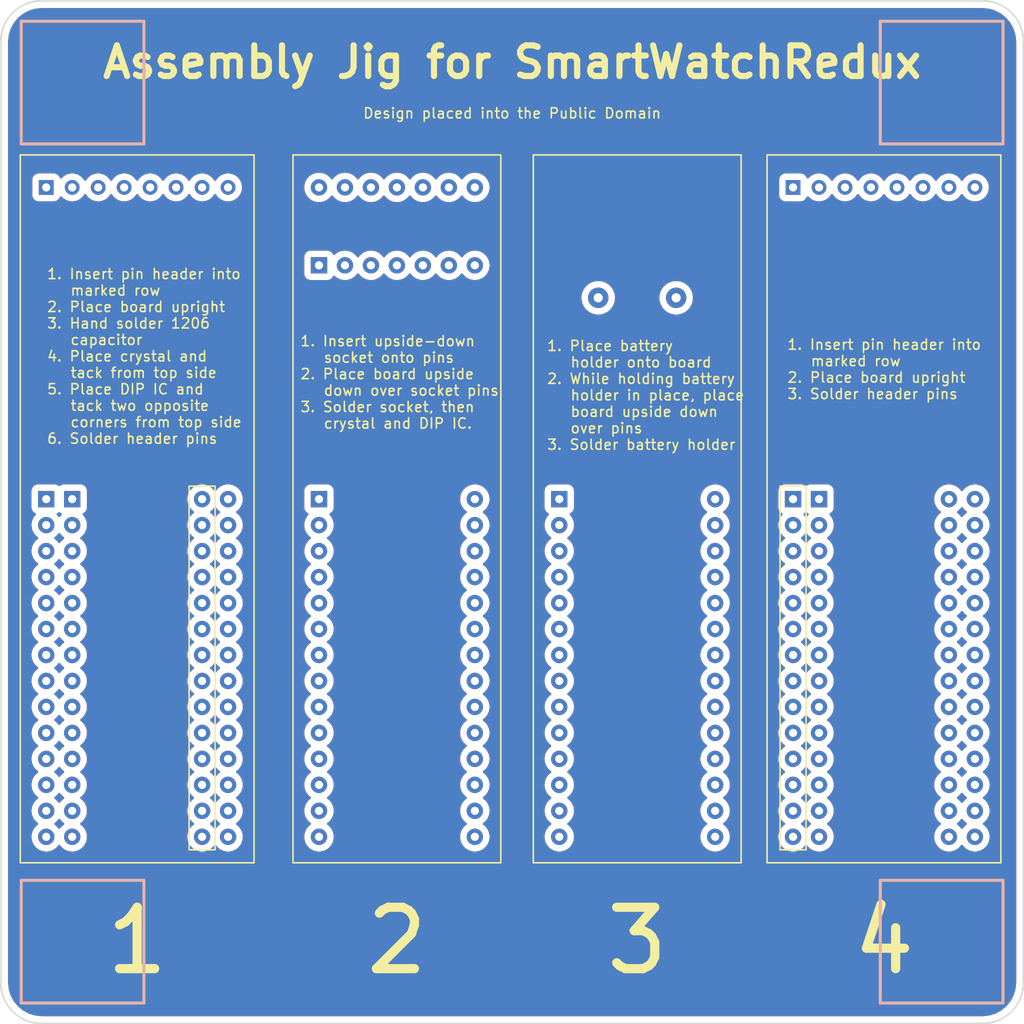
<source format=kicad_pcb>
(kicad_pcb (version 20171130) (host pcbnew "(5.1.9)-1")
  (layers (0 F.Cu signal) (31 B.Cu signal) (34 B.Paste user) (35 F.Paste user) (36 B.SilkS user) (37 F.SilkS user) (38 B.Mask user) (39 F.Mask user) (44 Edge.Cuts user))
  (net 0 "")
  (module TestPoint:TestPoint_THTPad_2.0x2.0mm_Drill1.0mm (layer F.Cu) (at 168.91 74.295)
    (fp_text reference REF** hide)
    (fp_text value Support hide)
    (pad 1 thru_hole circle (at 0 0) (size 2 2) (drill 0.9) (layers *.Cu *.Mask))
  )
  (module TestPoint:TestPoint_THTPad_2.0x2.0mm_Drill1.0mm (layer F.Cu) (at 161.29 74.295)
    (fp_text reference REF** hide)
    (fp_text value Support hide)
    (pad 1 thru_hole circle (at 0 0) (size 2 2) (drill 0.9) (layers *.Cu *.Mask))
  )
  (module Package_DIP:DIP-14_W7.62mm (layer F.Cu) (at 133.985 71.12 90)
    (fp_text reference REF** hide)
    (fp_text value Support hide)
    (pad 14 thru_hole oval (at 7.62 0 90) (size 1.6 1.6) (drill 0.8) (layers *.Cu *.Mask))
    (pad 7 thru_hole oval (at 0 15.24 90) (size 1.6 1.6) (drill 0.8) (layers *.Cu *.Mask))
    (pad 13 thru_hole oval (at 7.62 2.54 90) (size 1.6 1.6) (drill 0.8) (layers *.Cu *.Mask))
    (pad 6 thru_hole oval (at 0 12.7 90) (size 1.6 1.6) (drill 0.8) (layers *.Cu *.Mask))
    (pad 12 thru_hole oval (at 7.62 5.08 90) (size 1.6 1.6) (drill 0.8) (layers *.Cu *.Mask))
    (pad 5 thru_hole oval (at 0 10.16 90) (size 1.6 1.6) (drill 0.8) (layers *.Cu *.Mask))
    (pad 11 thru_hole oval (at 7.62 7.62 90) (size 1.6 1.6) (drill 0.8) (layers *.Cu *.Mask))
    (pad 4 thru_hole oval (at 0 7.62 90) (size 1.6 1.6) (drill 0.8) (layers *.Cu *.Mask))
    (pad 10 thru_hole oval (at 7.62 10.16 90) (size 1.6 1.6) (drill 0.8) (layers *.Cu *.Mask))
    (pad 3 thru_hole oval (at 0 5.08 90) (size 1.6 1.6) (drill 0.8) (layers *.Cu *.Mask))
    (pad 9 thru_hole oval (at 7.62 12.7 90) (size 1.6 1.6) (drill 0.8) (layers *.Cu *.Mask))
    (pad 2 thru_hole oval (at 0 2.54 90) (size 1.6 1.6) (drill 0.8) (layers *.Cu *.Mask))
    (pad 8 thru_hole oval (at 7.62 15.24 90) (size 1.6 1.6) (drill 0.8) (layers *.Cu *.Mask))
    (pad 1 thru_hole rect (at 0 0 90) (size 1.6 1.6) (drill 0.8) (layers *.Cu *.Mask))
  )
  (module Package_SIP:SIP-8_19x3mm_P2.54mm (layer F.Cu) (at 180.34 63.5)
    (fp_text reference REF** hide)
    (fp_text value Support hide)
    (pad 1 thru_hole rect (at 0 0 90) (size 1.45 1.45) (drill 0.8) (layers *.Cu *.Mask))
    (pad 2 thru_hole circle (at 2.54 0 90) (size 1.45 1.45) (drill 0.8) (layers *.Cu *.Mask))
    (pad 3 thru_hole circle (at 5.08 0 90) (size 1.45 1.45) (drill 0.8) (layers *.Cu *.Mask))
    (pad 4 thru_hole circle (at 7.62 0 90) (size 1.45 1.45) (drill 0.8) (layers *.Cu *.Mask))
    (pad 5 thru_hole circle (at 10.16 0 90) (size 1.45 1.45) (drill 0.8) (layers *.Cu *.Mask))
    (pad 6 thru_hole circle (at 12.7 0 90) (size 1.45 1.45) (drill 0.8) (layers *.Cu *.Mask))
    (pad 7 thru_hole circle (at 15.24 0 90) (size 1.45 1.45) (drill 0.8) (layers *.Cu *.Mask))
    (pad 8 thru_hole circle (at 17.78 0 90) (size 1.45 1.45) (drill 0.8) (layers *.Cu *.Mask))
  )
  (module Package_SIP:SIP-8_19x3mm_P2.54mm (layer F.Cu) (at 107.315 63.5)
    (fp_text reference REF** hide)
    (fp_text value Support hide)
    (pad 8 thru_hole circle (at 17.78 0 90) (size 1.45 1.45) (drill 0.8) (layers *.Cu *.Mask))
    (pad 7 thru_hole circle (at 15.24 0 90) (size 1.45 1.45) (drill 0.8) (layers *.Cu *.Mask))
    (pad 6 thru_hole circle (at 12.7 0 90) (size 1.45 1.45) (drill 0.8) (layers *.Cu *.Mask))
    (pad 5 thru_hole circle (at 10.16 0 90) (size 1.45 1.45) (drill 0.8) (layers *.Cu *.Mask))
    (pad 4 thru_hole circle (at 7.62 0 90) (size 1.45 1.45) (drill 0.8) (layers *.Cu *.Mask))
    (pad 3 thru_hole circle (at 5.08 0 90) (size 1.45 1.45) (drill 0.8) (layers *.Cu *.Mask))
    (pad 2 thru_hole circle (at 2.54 0 90) (size 1.45 1.45) (drill 0.8) (layers *.Cu *.Mask))
    (pad 1 thru_hole rect (at 0 0 90) (size 1.45 1.45) (drill 0.8) (layers *.Cu *.Mask))
  )
  (module Package_DIP:DIP-28_W15.24mm (layer F.Cu) (at 157.48 93.98)
    (fp_text reference REF** hide)
    (fp_text value A hide)
    (pad 1 thru_hole rect (at 0 0) (size 1.6 1.6) (drill 0.8) (layers *.Cu *.Mask))
    (pad 15 thru_hole oval (at 15.24 33.02) (size 1.6 1.6) (drill 0.8) (layers *.Cu *.Mask))
    (pad 2 thru_hole oval (at 0 2.54) (size 1.6 1.6) (drill 0.8) (layers *.Cu *.Mask))
    (pad 16 thru_hole oval (at 15.24 30.48) (size 1.6 1.6) (drill 0.8) (layers *.Cu *.Mask))
    (pad 3 thru_hole oval (at 0 5.08) (size 1.6 1.6) (drill 0.8) (layers *.Cu *.Mask))
    (pad 17 thru_hole oval (at 15.24 27.94) (size 1.6 1.6) (drill 0.8) (layers *.Cu *.Mask))
    (pad 4 thru_hole oval (at 0 7.62) (size 1.6 1.6) (drill 0.8) (layers *.Cu *.Mask))
    (pad 18 thru_hole oval (at 15.24 25.4) (size 1.6 1.6) (drill 0.8) (layers *.Cu *.Mask))
    (pad 5 thru_hole oval (at 0 10.16) (size 1.6 1.6) (drill 0.8) (layers *.Cu *.Mask))
    (pad 19 thru_hole oval (at 15.24 22.86) (size 1.6 1.6) (drill 0.8) (layers *.Cu *.Mask))
    (pad 6 thru_hole oval (at 0 12.7) (size 1.6 1.6) (drill 0.8) (layers *.Cu *.Mask))
    (pad 20 thru_hole oval (at 15.24 20.32) (size 1.6 1.6) (drill 0.8) (layers *.Cu *.Mask))
    (pad 7 thru_hole oval (at 0 15.24) (size 1.6 1.6) (drill 0.8) (layers *.Cu *.Mask))
    (pad 21 thru_hole oval (at 15.24 17.78) (size 1.6 1.6) (drill 0.8) (layers *.Cu *.Mask))
    (pad 8 thru_hole oval (at 0 17.78) (size 1.6 1.6) (drill 0.8) (layers *.Cu *.Mask))
    (pad 22 thru_hole oval (at 15.24 15.24) (size 1.6 1.6) (drill 0.8) (layers *.Cu *.Mask))
    (pad 9 thru_hole oval (at 0 20.32) (size 1.6 1.6) (drill 0.8) (layers *.Cu *.Mask))
    (pad 23 thru_hole oval (at 15.24 12.7) (size 1.6 1.6) (drill 0.8) (layers *.Cu *.Mask))
    (pad 10 thru_hole oval (at 0 22.86) (size 1.6 1.6) (drill 0.8) (layers *.Cu *.Mask))
    (pad 24 thru_hole oval (at 15.24 10.16) (size 1.6 1.6) (drill 0.8) (layers *.Cu *.Mask))
    (pad 11 thru_hole oval (at 0 25.4) (size 1.6 1.6) (drill 0.8) (layers *.Cu *.Mask))
    (pad 25 thru_hole oval (at 15.24 7.62) (size 1.6 1.6) (drill 0.8) (layers *.Cu *.Mask))
    (pad 12 thru_hole oval (at 0 27.94) (size 1.6 1.6) (drill 0.8) (layers *.Cu *.Mask))
    (pad 26 thru_hole oval (at 15.24 5.08) (size 1.6 1.6) (drill 0.8) (layers *.Cu *.Mask))
    (pad 13 thru_hole oval (at 0 30.48) (size 1.6 1.6) (drill 0.8) (layers *.Cu *.Mask))
    (pad 27 thru_hole oval (at 15.24 2.54) (size 1.6 1.6) (drill 0.8) (layers *.Cu *.Mask))
    (pad 14 thru_hole oval (at 0 33.02) (size 1.6 1.6) (drill 0.8) (layers *.Cu *.Mask))
    (pad 28 thru_hole oval (at 15.24 0) (size 1.6 1.6) (drill 0.8) (layers *.Cu *.Mask))
  )
  (module Package_DIP:DIP-28_W15.24mm (layer F.Cu) (at 182.88 93.98)
    (fp_text reference REF** hide)
    (fp_text value A hide)
    (pad 28 thru_hole oval (at 15.24 0) (size 1.6 1.6) (drill 0.8) (layers *.Cu *.Mask))
    (pad 14 thru_hole oval (at 0 33.02) (size 1.6 1.6) (drill 0.8) (layers *.Cu *.Mask))
    (pad 27 thru_hole oval (at 15.24 2.54) (size 1.6 1.6) (drill 0.8) (layers *.Cu *.Mask))
    (pad 13 thru_hole oval (at 0 30.48) (size 1.6 1.6) (drill 0.8) (layers *.Cu *.Mask))
    (pad 26 thru_hole oval (at 15.24 5.08) (size 1.6 1.6) (drill 0.8) (layers *.Cu *.Mask))
    (pad 12 thru_hole oval (at 0 27.94) (size 1.6 1.6) (drill 0.8) (layers *.Cu *.Mask))
    (pad 25 thru_hole oval (at 15.24 7.62) (size 1.6 1.6) (drill 0.8) (layers *.Cu *.Mask))
    (pad 11 thru_hole oval (at 0 25.4) (size 1.6 1.6) (drill 0.8) (layers *.Cu *.Mask))
    (pad 24 thru_hole oval (at 15.24 10.16) (size 1.6 1.6) (drill 0.8) (layers *.Cu *.Mask))
    (pad 10 thru_hole oval (at 0 22.86) (size 1.6 1.6) (drill 0.8) (layers *.Cu *.Mask))
    (pad 23 thru_hole oval (at 15.24 12.7) (size 1.6 1.6) (drill 0.8) (layers *.Cu *.Mask))
    (pad 9 thru_hole oval (at 0 20.32) (size 1.6 1.6) (drill 0.8) (layers *.Cu *.Mask))
    (pad 22 thru_hole oval (at 15.24 15.24) (size 1.6 1.6) (drill 0.8) (layers *.Cu *.Mask))
    (pad 8 thru_hole oval (at 0 17.78) (size 1.6 1.6) (drill 0.8) (layers *.Cu *.Mask))
    (pad 21 thru_hole oval (at 15.24 17.78) (size 1.6 1.6) (drill 0.8) (layers *.Cu *.Mask))
    (pad 7 thru_hole oval (at 0 15.24) (size 1.6 1.6) (drill 0.8) (layers *.Cu *.Mask))
    (pad 20 thru_hole oval (at 15.24 20.32) (size 1.6 1.6) (drill 0.8) (layers *.Cu *.Mask))
    (pad 6 thru_hole oval (at 0 12.7) (size 1.6 1.6) (drill 0.8) (layers *.Cu *.Mask))
    (pad 19 thru_hole oval (at 15.24 22.86) (size 1.6 1.6) (drill 0.8) (layers *.Cu *.Mask))
    (pad 5 thru_hole oval (at 0 10.16) (size 1.6 1.6) (drill 0.8) (layers *.Cu *.Mask))
    (pad 18 thru_hole oval (at 15.24 25.4) (size 1.6 1.6) (drill 0.8) (layers *.Cu *.Mask))
    (pad 4 thru_hole oval (at 0 7.62) (size 1.6 1.6) (drill 0.8) (layers *.Cu *.Mask))
    (pad 17 thru_hole oval (at 15.24 27.94) (size 1.6 1.6) (drill 0.8) (layers *.Cu *.Mask))
    (pad 3 thru_hole oval (at 0 5.08) (size 1.6 1.6) (drill 0.8) (layers *.Cu *.Mask))
    (pad 16 thru_hole oval (at 15.24 30.48) (size 1.6 1.6) (drill 0.8) (layers *.Cu *.Mask))
    (pad 2 thru_hole oval (at 0 2.54) (size 1.6 1.6) (drill 0.8) (layers *.Cu *.Mask))
    (pad 15 thru_hole oval (at 15.24 33.02) (size 1.6 1.6) (drill 0.8) (layers *.Cu *.Mask))
    (pad 1 thru_hole rect (at 0 0) (size 1.6 1.6) (drill 0.8) (layers *.Cu *.Mask))
  )
  (module Package_DIP:DIP-28_W15.24mm (layer F.Cu) (at 180.34 93.98)
    (fp_text reference REF** hide)
    (fp_text value B hide)
    (pad 1 thru_hole rect (at 0 0) (size 1.6 1.6) (drill 0.8) (layers *.Cu *.Mask))
    (pad 15 thru_hole oval (at 15.24 33.02) (size 1.6 1.6) (drill 0.8) (layers *.Cu *.Mask))
    (pad 2 thru_hole oval (at 0 2.54) (size 1.6 1.6) (drill 0.8) (layers *.Cu *.Mask))
    (pad 16 thru_hole oval (at 15.24 30.48) (size 1.6 1.6) (drill 0.8) (layers *.Cu *.Mask))
    (pad 3 thru_hole oval (at 0 5.08) (size 1.6 1.6) (drill 0.8) (layers *.Cu *.Mask))
    (pad 17 thru_hole oval (at 15.24 27.94) (size 1.6 1.6) (drill 0.8) (layers *.Cu *.Mask))
    (pad 4 thru_hole oval (at 0 7.62) (size 1.6 1.6) (drill 0.8) (layers *.Cu *.Mask))
    (pad 18 thru_hole oval (at 15.24 25.4) (size 1.6 1.6) (drill 0.8) (layers *.Cu *.Mask))
    (pad 5 thru_hole oval (at 0 10.16) (size 1.6 1.6) (drill 0.8) (layers *.Cu *.Mask))
    (pad 19 thru_hole oval (at 15.24 22.86) (size 1.6 1.6) (drill 0.8) (layers *.Cu *.Mask))
    (pad 6 thru_hole oval (at 0 12.7) (size 1.6 1.6) (drill 0.8) (layers *.Cu *.Mask))
    (pad 20 thru_hole oval (at 15.24 20.32) (size 1.6 1.6) (drill 0.8) (layers *.Cu *.Mask))
    (pad 7 thru_hole oval (at 0 15.24) (size 1.6 1.6) (drill 0.8) (layers *.Cu *.Mask))
    (pad 21 thru_hole oval (at 15.24 17.78) (size 1.6 1.6) (drill 0.8) (layers *.Cu *.Mask))
    (pad 8 thru_hole oval (at 0 17.78) (size 1.6 1.6) (drill 0.8) (layers *.Cu *.Mask))
    (pad 22 thru_hole oval (at 15.24 15.24) (size 1.6 1.6) (drill 0.8) (layers *.Cu *.Mask))
    (pad 9 thru_hole oval (at 0 20.32) (size 1.6 1.6) (drill 0.8) (layers *.Cu *.Mask))
    (pad 23 thru_hole oval (at 15.24 12.7) (size 1.6 1.6) (drill 0.8) (layers *.Cu *.Mask))
    (pad 10 thru_hole oval (at 0 22.86) (size 1.6 1.6) (drill 0.8) (layers *.Cu *.Mask))
    (pad 24 thru_hole oval (at 15.24 10.16) (size 1.6 1.6) (drill 0.8) (layers *.Cu *.Mask))
    (pad 11 thru_hole oval (at 0 25.4) (size 1.6 1.6) (drill 0.8) (layers *.Cu *.Mask))
    (pad 25 thru_hole oval (at 15.24 7.62) (size 1.6 1.6) (drill 0.8) (layers *.Cu *.Mask))
    (pad 12 thru_hole oval (at 0 27.94) (size 1.6 1.6) (drill 0.8) (layers *.Cu *.Mask))
    (pad 26 thru_hole oval (at 15.24 5.08) (size 1.6 1.6) (drill 0.8) (layers *.Cu *.Mask))
    (pad 13 thru_hole oval (at 0 30.48) (size 1.6 1.6) (drill 0.8) (layers *.Cu *.Mask))
    (pad 27 thru_hole oval (at 15.24 2.54) (size 1.6 1.6) (drill 0.8) (layers *.Cu *.Mask))
    (pad 14 thru_hole oval (at 0 33.02) (size 1.6 1.6) (drill 0.8) (layers *.Cu *.Mask))
    (pad 28 thru_hole oval (at 15.24 0) (size 1.6 1.6) (drill 0.8) (layers *.Cu *.Mask))
  )
  (module Package_DIP:DIP-28_W15.24mm (layer F.Cu) (at 133.985 93.98)
    (fp_text reference REF** hide)
    (fp_text value A hide)
    (pad 28 thru_hole oval (at 15.24 0) (size 1.6 1.6) (drill 0.8) (layers *.Cu *.Mask))
    (pad 14 thru_hole oval (at 0 33.02) (size 1.6 1.6) (drill 0.8) (layers *.Cu *.Mask))
    (pad 27 thru_hole oval (at 15.24 2.54) (size 1.6 1.6) (drill 0.8) (layers *.Cu *.Mask))
    (pad 13 thru_hole oval (at 0 30.48) (size 1.6 1.6) (drill 0.8) (layers *.Cu *.Mask))
    (pad 26 thru_hole oval (at 15.24 5.08) (size 1.6 1.6) (drill 0.8) (layers *.Cu *.Mask))
    (pad 12 thru_hole oval (at 0 27.94) (size 1.6 1.6) (drill 0.8) (layers *.Cu *.Mask))
    (pad 25 thru_hole oval (at 15.24 7.62) (size 1.6 1.6) (drill 0.8) (layers *.Cu *.Mask))
    (pad 11 thru_hole oval (at 0 25.4) (size 1.6 1.6) (drill 0.8) (layers *.Cu *.Mask))
    (pad 24 thru_hole oval (at 15.24 10.16) (size 1.6 1.6) (drill 0.8) (layers *.Cu *.Mask))
    (pad 10 thru_hole oval (at 0 22.86) (size 1.6 1.6) (drill 0.8) (layers *.Cu *.Mask))
    (pad 23 thru_hole oval (at 15.24 12.7) (size 1.6 1.6) (drill 0.8) (layers *.Cu *.Mask))
    (pad 9 thru_hole oval (at 0 20.32) (size 1.6 1.6) (drill 0.8) (layers *.Cu *.Mask))
    (pad 22 thru_hole oval (at 15.24 15.24) (size 1.6 1.6) (drill 0.8) (layers *.Cu *.Mask))
    (pad 8 thru_hole oval (at 0 17.78) (size 1.6 1.6) (drill 0.8) (layers *.Cu *.Mask))
    (pad 21 thru_hole oval (at 15.24 17.78) (size 1.6 1.6) (drill 0.8) (layers *.Cu *.Mask))
    (pad 7 thru_hole oval (at 0 15.24) (size 1.6 1.6) (drill 0.8) (layers *.Cu *.Mask))
    (pad 20 thru_hole oval (at 15.24 20.32) (size 1.6 1.6) (drill 0.8) (layers *.Cu *.Mask))
    (pad 6 thru_hole oval (at 0 12.7) (size 1.6 1.6) (drill 0.8) (layers *.Cu *.Mask))
    (pad 19 thru_hole oval (at 15.24 22.86) (size 1.6 1.6) (drill 0.8) (layers *.Cu *.Mask))
    (pad 5 thru_hole oval (at 0 10.16) (size 1.6 1.6) (drill 0.8) (layers *.Cu *.Mask))
    (pad 18 thru_hole oval (at 15.24 25.4) (size 1.6 1.6) (drill 0.8) (layers *.Cu *.Mask))
    (pad 4 thru_hole oval (at 0 7.62) (size 1.6 1.6) (drill 0.8) (layers *.Cu *.Mask))
    (pad 17 thru_hole oval (at 15.24 27.94) (size 1.6 1.6) (drill 0.8) (layers *.Cu *.Mask))
    (pad 3 thru_hole oval (at 0 5.08) (size 1.6 1.6) (drill 0.8) (layers *.Cu *.Mask))
    (pad 16 thru_hole oval (at 15.24 30.48) (size 1.6 1.6) (drill 0.8) (layers *.Cu *.Mask))
    (pad 2 thru_hole oval (at 0 2.54) (size 1.6 1.6) (drill 0.8) (layers *.Cu *.Mask))
    (pad 15 thru_hole oval (at 15.24 33.02) (size 1.6 1.6) (drill 0.8) (layers *.Cu *.Mask))
    (pad 1 thru_hole rect (at 0 0) (size 1.6 1.6) (drill 0.8) (layers *.Cu *.Mask))
  )
  (module Package_DIP:DIP-28_W15.24mm (layer F.Cu) (at 109.855 93.98)
    (fp_text reference REF** hide)
    (fp_text value A hide)
    (pad 1 thru_hole rect (at 0 0) (size 1.6 1.6) (drill 0.8) (layers *.Cu *.Mask))
    (pad 15 thru_hole oval (at 15.24 33.02) (size 1.6 1.6) (drill 0.8) (layers *.Cu *.Mask))
    (pad 2 thru_hole oval (at 0 2.54) (size 1.6 1.6) (drill 0.8) (layers *.Cu *.Mask))
    (pad 16 thru_hole oval (at 15.24 30.48) (size 1.6 1.6) (drill 0.8) (layers *.Cu *.Mask))
    (pad 3 thru_hole oval (at 0 5.08) (size 1.6 1.6) (drill 0.8) (layers *.Cu *.Mask))
    (pad 17 thru_hole oval (at 15.24 27.94) (size 1.6 1.6) (drill 0.8) (layers *.Cu *.Mask))
    (pad 4 thru_hole oval (at 0 7.62) (size 1.6 1.6) (drill 0.8) (layers *.Cu *.Mask))
    (pad 18 thru_hole oval (at 15.24 25.4) (size 1.6 1.6) (drill 0.8) (layers *.Cu *.Mask))
    (pad 5 thru_hole oval (at 0 10.16) (size 1.6 1.6) (drill 0.8) (layers *.Cu *.Mask))
    (pad 19 thru_hole oval (at 15.24 22.86) (size 1.6 1.6) (drill 0.8) (layers *.Cu *.Mask))
    (pad 6 thru_hole oval (at 0 12.7) (size 1.6 1.6) (drill 0.8) (layers *.Cu *.Mask))
    (pad 20 thru_hole oval (at 15.24 20.32) (size 1.6 1.6) (drill 0.8) (layers *.Cu *.Mask))
    (pad 7 thru_hole oval (at 0 15.24) (size 1.6 1.6) (drill 0.8) (layers *.Cu *.Mask))
    (pad 21 thru_hole oval (at 15.24 17.78) (size 1.6 1.6) (drill 0.8) (layers *.Cu *.Mask))
    (pad 8 thru_hole oval (at 0 17.78) (size 1.6 1.6) (drill 0.8) (layers *.Cu *.Mask))
    (pad 22 thru_hole oval (at 15.24 15.24) (size 1.6 1.6) (drill 0.8) (layers *.Cu *.Mask))
    (pad 9 thru_hole oval (at 0 20.32) (size 1.6 1.6) (drill 0.8) (layers *.Cu *.Mask))
    (pad 23 thru_hole oval (at 15.24 12.7) (size 1.6 1.6) (drill 0.8) (layers *.Cu *.Mask))
    (pad 10 thru_hole oval (at 0 22.86) (size 1.6 1.6) (drill 0.8) (layers *.Cu *.Mask))
    (pad 24 thru_hole oval (at 15.24 10.16) (size 1.6 1.6) (drill 0.8) (layers *.Cu *.Mask))
    (pad 11 thru_hole oval (at 0 25.4) (size 1.6 1.6) (drill 0.8) (layers *.Cu *.Mask))
    (pad 25 thru_hole oval (at 15.24 7.62) (size 1.6 1.6) (drill 0.8) (layers *.Cu *.Mask))
    (pad 12 thru_hole oval (at 0 27.94) (size 1.6 1.6) (drill 0.8) (layers *.Cu *.Mask))
    (pad 26 thru_hole oval (at 15.24 5.08) (size 1.6 1.6) (drill 0.8) (layers *.Cu *.Mask))
    (pad 13 thru_hole oval (at 0 30.48) (size 1.6 1.6) (drill 0.8) (layers *.Cu *.Mask))
    (pad 27 thru_hole oval (at 15.24 2.54) (size 1.6 1.6) (drill 0.8) (layers *.Cu *.Mask))
    (pad 14 thru_hole oval (at 0 33.02) (size 1.6 1.6) (drill 0.8) (layers *.Cu *.Mask))
    (pad 28 thru_hole oval (at 15.24 0) (size 1.6 1.6) (drill 0.8) (layers *.Cu *.Mask))
  )
  (module Package_DIP:DIP-28_W15.24mm (layer F.Cu) (at 107.315 93.98)
    (fp_text reference REF** hide)
    (fp_text value B hide)
    (pad 28 thru_hole oval (at 15.24 0) (size 1.6 1.6) (drill 0.8) (layers *.Cu *.Mask))
    (pad 14 thru_hole oval (at 0 33.02) (size 1.6 1.6) (drill 0.8) (layers *.Cu *.Mask))
    (pad 27 thru_hole oval (at 15.24 2.54) (size 1.6 1.6) (drill 0.8) (layers *.Cu *.Mask))
    (pad 13 thru_hole oval (at 0 30.48) (size 1.6 1.6) (drill 0.8) (layers *.Cu *.Mask))
    (pad 26 thru_hole oval (at 15.24 5.08) (size 1.6 1.6) (drill 0.8) (layers *.Cu *.Mask))
    (pad 12 thru_hole oval (at 0 27.94) (size 1.6 1.6) (drill 0.8) (layers *.Cu *.Mask))
    (pad 25 thru_hole oval (at 15.24 7.62) (size 1.6 1.6) (drill 0.8) (layers *.Cu *.Mask))
    (pad 11 thru_hole oval (at 0 25.4) (size 1.6 1.6) (drill 0.8) (layers *.Cu *.Mask))
    (pad 24 thru_hole oval (at 15.24 10.16) (size 1.6 1.6) (drill 0.8) (layers *.Cu *.Mask))
    (pad 10 thru_hole oval (at 0 22.86) (size 1.6 1.6) (drill 0.8) (layers *.Cu *.Mask))
    (pad 23 thru_hole oval (at 15.24 12.7) (size 1.6 1.6) (drill 0.8) (layers *.Cu *.Mask))
    (pad 9 thru_hole oval (at 0 20.32) (size 1.6 1.6) (drill 0.8) (layers *.Cu *.Mask))
    (pad 22 thru_hole oval (at 15.24 15.24) (size 1.6 1.6) (drill 0.8) (layers *.Cu *.Mask))
    (pad 8 thru_hole oval (at 0 17.78) (size 1.6 1.6) (drill 0.8) (layers *.Cu *.Mask))
    (pad 21 thru_hole oval (at 15.24 17.78) (size 1.6 1.6) (drill 0.8) (layers *.Cu *.Mask))
    (pad 7 thru_hole oval (at 0 15.24) (size 1.6 1.6) (drill 0.8) (layers *.Cu *.Mask))
    (pad 20 thru_hole oval (at 15.24 20.32) (size 1.6 1.6) (drill 0.8) (layers *.Cu *.Mask))
    (pad 6 thru_hole oval (at 0 12.7) (size 1.6 1.6) (drill 0.8) (layers *.Cu *.Mask))
    (pad 19 thru_hole oval (at 15.24 22.86) (size 1.6 1.6) (drill 0.8) (layers *.Cu *.Mask))
    (pad 5 thru_hole oval (at 0 10.16) (size 1.6 1.6) (drill 0.8) (layers *.Cu *.Mask))
    (pad 18 thru_hole oval (at 15.24 25.4) (size 1.6 1.6) (drill 0.8) (layers *.Cu *.Mask))
    (pad 4 thru_hole oval (at 0 7.62) (size 1.6 1.6) (drill 0.8) (layers *.Cu *.Mask))
    (pad 17 thru_hole oval (at 15.24 27.94) (size 1.6 1.6) (drill 0.8) (layers *.Cu *.Mask))
    (pad 3 thru_hole oval (at 0 5.08) (size 1.6 1.6) (drill 0.8) (layers *.Cu *.Mask))
    (pad 16 thru_hole oval (at 15.24 30.48) (size 1.6 1.6) (drill 0.8) (layers *.Cu *.Mask))
    (pad 2 thru_hole oval (at 0 2.54) (size 1.6 1.6) (drill 0.8) (layers *.Cu *.Mask))
    (pad 15 thru_hole oval (at 15.24 33.02) (size 1.6 1.6) (drill 0.8) (layers *.Cu *.Mask))
    (pad 1 thru_hole rect (at 0 0) (size 1.6 1.6) (drill 0.8) (layers *.Cu *.Mask))
  )
  (gr_text "Design placed into the Public Domain" (at 152.87 56.25) (layer F.SilkS) (effects (font (size 1 1))))
  (gr_line (start 200.66 60.325) (end 200.66 129.54) (layer F.SilkS) (width 0.15))
  (gr_line (start 177.8 60.325) (end 200.66 60.325) (layer F.SilkS) (width 0.15))
  (gr_line (start 177.8 129.54) (end 177.8 60.325) (layer F.SilkS) (width 0.15))
  (gr_line (start 200.66 129.54) (end 177.8 129.54) (layer F.SilkS) (width 0.15))
  (gr_line (start 154.94 129.54) (end 175.26 129.54) (layer F.SilkS) (width 0.15))
  (gr_line (start 175.26 60.325) (end 154.94 60.325) (layer F.SilkS) (width 0.15))
  (gr_line (start 175.26 129.54) (end 175.26 60.325) (layer F.SilkS) (width 0.15))
  (gr_line (start 154.94 60.325) (end 154.94 129.54) (layer F.SilkS) (width 0.15))
  (gr_line (start 151.765 60.325) (end 131.445 60.325) (layer F.SilkS) (width 0.15))
  (gr_line (start 151.765 129.54) (end 151.765 60.325) (layer F.SilkS) (width 0.15))
  (gr_line (start 131.445 129.54) (end 151.765 129.54) (layer F.SilkS) (width 0.15))
  (gr_line (start 131.445 60.325) (end 131.445 129.54) (layer F.SilkS) (width 0.15))
  (gr_line (start 127.635 60.325) (end 127.635 129.54) (layer F.SilkS) (width 0.15))
  (gr_line (start 104.775 60.325) (end 127.635 60.325) (layer F.SilkS) (width 0.15))
  (gr_line (start 104.775 129.54) (end 104.775 60.325) (layer F.SilkS) (width 0.15))
  (gr_line (start 127.635 129.54) (end 104.775 129.54) (layer F.SilkS) (width 0.15))
  (gr_text "1. Insert pin header into \n   marked row\n2. Place board upright\n3. Solder header pins" (at 179.705 81.28) (layer F.SilkS) (effects (font (size 1 1)) (justify left)))
  (gr_line (start 179.07 128.27) (end 179.07 92.71) (layer F.SilkS) (width 0.15))
  (gr_line (start 181.61 128.27) (end 179.07 128.27) (layer F.SilkS) (width 0.15))
  (gr_line (start 181.61 92.71) (end 181.61 128.27) (layer F.SilkS) (width 0.15))
  (gr_line (start 179.07 92.71) (end 181.61 92.71) (layer F.SilkS) (width 0.15))
  (gr_text "1. Place battery\n   holder onto board\n2. While holding battery\n   holder in place, place\n   board upside down \n   over pins\n3. Solder battery holder" (at 156.21 83.82) (layer F.SilkS) (effects (font (size 1 1)) (justify left)))
  (gr_text "1. Insert upside-down\n   socket onto pins\n2. Place board upside\n   down over socket pins\n3. Solder socket, then \n   crystal and DIP IC." (at 132.08 82.55) (layer F.SilkS) (effects (font (size 1 1)) (justify left)))
  (gr_text 3 (at 165.1 137.16) (layer F.SilkS) (effects (font (size 6 6) (thickness 0.9))))
  (gr_text "1. Insert pin header into \n   marked row\n2. Place board upright\n3. Hand solder 1206 \n   capacitor\n4. Place crystal and \n   tack from top side\n5. Place DIP IC and \n   tack two opposite\n   corners from top side\n6. Solder header pins" (at 107.315 80.01) (layer F.SilkS) (effects (font (size 1 1)) (justify left)))
  (gr_line (start 121.285 128.27) (end 121.285 92.71) (layer F.SilkS) (width 0.15))
  (gr_line (start 123.825 128.27) (end 121.285 128.27) (layer F.SilkS) (width 0.15))
  (gr_line (start 123.825 92.71) (end 123.825 128.27) (layer F.SilkS) (width 0.15))
  (gr_line (start 121.285 92.71) (end 123.825 92.71) (layer F.SilkS) (width 0.15))
  (gr_text 4 (at 189.23 137.16) (layer F.SilkS) (effects (font (size 6 6) (thickness 0.9))))
  (gr_text 2 (at 141.605 137.16) (layer F.SilkS) (effects (font (size 6 6) (thickness 0.9))))
  (gr_text 1 (at 116.205 137.16) (layer F.SilkS) (effects (font (size 6 6) (thickness 0.9))))
  (gr_line (start 116.87 143.25) (end 104.87 143.25) (angle 90) (layer B.SilkS) (width 0.3))
  (gr_line (start 116.87 131.25) (end 116.87 143.25) (angle 90) (layer B.SilkS) (width 0.3))
  (gr_line (start 104.87 131.25) (end 116.87 131.25) (angle 90) (layer B.SilkS) (width 0.3))
  (gr_line (start 104.87 143.25) (end 104.87 131.25) (angle 90) (layer B.SilkS) (width 0.3))
  (gr_line (start 188.87 143.25) (end 200.87 143.25) (angle 90) (layer B.SilkS) (width 0.3))
  (gr_line (start 188.87 131.25) (end 188.87 143.25) (angle 90) (layer B.SilkS) (width 0.3))
  (gr_line (start 200.87 131.25) (end 188.87 131.25) (angle 90) (layer B.SilkS) (width 0.3))
  (gr_line (start 200.87 143.25) (end 200.87 131.25) (angle 90) (layer B.SilkS) (width 0.3))
  (gr_line (start 200.87 59.25) (end 200.87 47.25) (angle 90) (layer B.SilkS) (width 0.3))
  (gr_line (start 188.87 59.25) (end 200.87 59.25) (angle 90) (layer B.SilkS) (width 0.3))
  (gr_line (start 188.87 47.25) (end 188.87 59.25) (angle 90) (layer B.SilkS) (width 0.3))
  (gr_line (start 200.87 47.25) (end 188.87 47.25) (angle 90) (layer B.SilkS) (width 0.3))
  (gr_line (start 104.87 59.25) (end 104.87 47.25) (angle 90) (layer B.SilkS) (width 0.3))
  (gr_line (start 116.87 59.25) (end 104.87 59.25) (angle 90) (layer B.SilkS) (width 0.3))
  (gr_line (start 116.87 47.25) (end 116.87 59.25) (angle 90) (layer B.SilkS) (width 0.3))
  (gr_line (start 104.87 47.25) (end 116.87 47.25) (angle 90) (layer B.SilkS) (width 0.3))
  (gr_line (start 202.87 49.25) (end 202.87 141.25) (angle 90) (layer Edge.Cuts) (width 0.15))
  (gr_line (start 106.87 45.25) (end 198.87 45.25) (angle 90) (layer Edge.Cuts) (width 0.15))
  (gr_line (start 102.87 141.25) (end 102.87 49.25) (angle 90) (layer Edge.Cuts) (width 0.15))
  (gr_line (start 198.87 145.25) (end 106.87 145.25) (angle 90) (layer Edge.Cuts) (width 0.15))
  (gr_arc (start 106.87 49.25) (end 102.87 49.25) (angle 90) (layer Edge.Cuts) (width 0.15))
  (gr_arc (start 198.87 49.25) (end 198.87 45.25) (angle 90) (layer Edge.Cuts) (width 0.15))
  (gr_arc (start 198.87 141.25) (end 202.87 141.25) (angle 90) (layer Edge.Cuts) (width 0.15))
  (gr_arc (start 106.87 141.25) (end 106.87 145.25) (angle 90) (layer Edge.Cuts) (width 0.15))
  (gr_text "Assembly Jig for SmartWatchRedux\n" (at 152.87 51.25) (layer F.SilkS) (effects (font (size 3 3) (thickness 0.6))))
  (zone (net 0) (net_name "") (layer F.Cu) (connect_pads (clearance 0.635)) (min_thickness 0.254) (fill yes (arc_segments 16) (thermal_gap 0.508) (thermal_bridge_width 0.508))
    (polygon (pts (xy 202.87 47.25) (xy 202.87 143.25) (xy 200.87 145.25) (xy 104.87 145.25) (xy 102.87 143.25) (xy 102.87 47.25) (xy 104.87 45.25) (xy 200.87 45.25)))
  )
  (zone (net 0) (net_name "") (layer B.Cu) (connect_pads (clearance 0.635)) (min_thickness 0.254) (fill yes (arc_segments 16) (thermal_gap 0.508) (thermal_bridge_width 0.508))
    (polygon (pts (xy 202.87 47.25) (xy 202.87 143.25) (xy 200.87 145.25) (xy 104.87 145.25) (xy 102.87 143.25) (xy 102.87 47.25) (xy 104.87 45.25) (xy 200.87 45.25)))
  )
)
</source>
